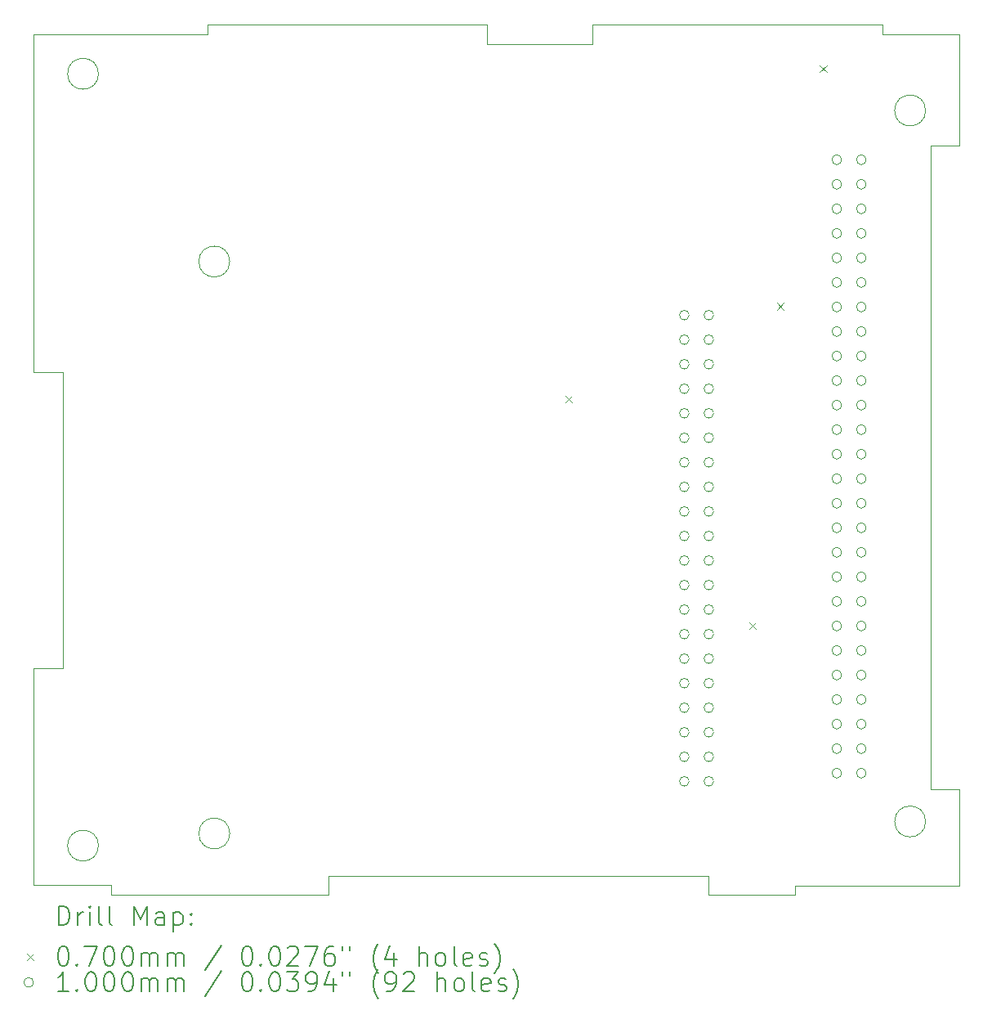
<source format=gbr>
%TF.GenerationSoftware,KiCad,Pcbnew,8.0.0*%
%TF.CreationDate,2024-06-21T11:16:54+02:00*%
%TF.ProjectId,lora,6c6f7261-2e6b-4696-9361-645f70636258,rev?*%
%TF.SameCoordinates,Original*%
%TF.FileFunction,Drillmap*%
%TF.FilePolarity,Positive*%
%FSLAX45Y45*%
G04 Gerber Fmt 4.5, Leading zero omitted, Abs format (unit mm)*
G04 Created by KiCad (PCBNEW 8.0.0) date 2024-06-21 11:16:54*
%MOMM*%
%LPD*%
G01*
G04 APERTURE LIST*
%ADD10C,0.050000*%
%ADD11C,0.200000*%
%ADD12C,0.100000*%
G04 APERTURE END LIST*
D10*
X19850000Y-6400000D02*
G75*
G02*
X19530000Y-6400000I-160000J0D01*
G01*
X19530000Y-6400000D02*
G75*
G02*
X19850000Y-6400000I160000J0D01*
G01*
X13660000Y-14520000D02*
X11410000Y-14520000D01*
X16400000Y-5710000D02*
X16400000Y-5510000D01*
X19900000Y-13430000D02*
X20200000Y-13430000D01*
X19850000Y-13760000D02*
G75*
G02*
X19530000Y-13760000I-160000J0D01*
G01*
X19530000Y-13760000D02*
G75*
G02*
X19850000Y-13760000I160000J0D01*
G01*
X17600000Y-14320000D02*
X13660000Y-14320000D01*
X19900000Y-6760000D02*
X19900000Y-13430000D01*
X12410000Y-5510000D02*
X15310000Y-5510000D01*
X20200000Y-13430000D02*
X20200000Y-14430000D01*
X12410000Y-5610000D02*
X12410000Y-5510000D01*
X17600000Y-14520000D02*
X17600000Y-14320000D01*
X18500000Y-14520000D02*
X17600000Y-14520000D01*
X10910000Y-12170000D02*
X10910000Y-9110000D01*
X11280000Y-6020000D02*
G75*
G02*
X10960000Y-6020000I-160000J0D01*
G01*
X10960000Y-6020000D02*
G75*
G02*
X11280000Y-6020000I160000J0D01*
G01*
X20200000Y-5610000D02*
X20200000Y-6760000D01*
X15310000Y-5510000D02*
X15310000Y-5710000D01*
X20200000Y-14430000D02*
X18500000Y-14430000D01*
X20200000Y-6760000D02*
X19900000Y-6760000D01*
X10610000Y-9110000D02*
X10610000Y-5610000D01*
X16400000Y-5510000D02*
X19400000Y-5510000D01*
X12640000Y-7964000D02*
G75*
G02*
X12320000Y-7964000I-160000J0D01*
G01*
X12320000Y-7964000D02*
G75*
G02*
X12640000Y-7964000I160000J0D01*
G01*
X18500000Y-14430000D02*
X18500000Y-14520000D01*
X10610000Y-5610000D02*
X12410000Y-5610000D01*
X10910000Y-9110000D02*
X10610000Y-9110000D01*
X11410000Y-14520000D02*
X11410000Y-14420000D01*
X15310000Y-5710000D02*
X16400000Y-5710000D01*
X10610000Y-14420000D02*
X10610000Y-12170000D01*
X12640000Y-13884000D02*
G75*
G02*
X12320000Y-13884000I-160000J0D01*
G01*
X12320000Y-13884000D02*
G75*
G02*
X12640000Y-13884000I160000J0D01*
G01*
X13660000Y-14320000D02*
X13660000Y-14520000D01*
X19400000Y-5510000D02*
X19400000Y-5610000D01*
X10610000Y-12170000D02*
X10910000Y-12170000D01*
X19400000Y-5610000D02*
X20200000Y-5610000D01*
X11410000Y-14420000D02*
X10610000Y-14420000D01*
X11280000Y-14010000D02*
G75*
G02*
X10960000Y-14010000I-160000J0D01*
G01*
X10960000Y-14010000D02*
G75*
G02*
X11280000Y-14010000I160000J0D01*
G01*
D11*
D12*
X16115000Y-9355000D02*
X16185000Y-9425000D01*
X16185000Y-9355000D02*
X16115000Y-9425000D01*
X18025000Y-11699000D02*
X18095000Y-11769000D01*
X18095000Y-11699000D02*
X18025000Y-11769000D01*
X18313000Y-8393000D02*
X18383000Y-8463000D01*
X18383000Y-8393000D02*
X18313000Y-8463000D01*
X18755000Y-5935000D02*
X18825000Y-6005000D01*
X18825000Y-5935000D02*
X18755000Y-6005000D01*
X17400000Y-8518000D02*
G75*
G02*
X17300000Y-8518000I-50000J0D01*
G01*
X17300000Y-8518000D02*
G75*
G02*
X17400000Y-8518000I50000J0D01*
G01*
X17400000Y-8772000D02*
G75*
G02*
X17300000Y-8772000I-50000J0D01*
G01*
X17300000Y-8772000D02*
G75*
G02*
X17400000Y-8772000I50000J0D01*
G01*
X17400000Y-9026000D02*
G75*
G02*
X17300000Y-9026000I-50000J0D01*
G01*
X17300000Y-9026000D02*
G75*
G02*
X17400000Y-9026000I50000J0D01*
G01*
X17400000Y-9280000D02*
G75*
G02*
X17300000Y-9280000I-50000J0D01*
G01*
X17300000Y-9280000D02*
G75*
G02*
X17400000Y-9280000I50000J0D01*
G01*
X17400000Y-9534000D02*
G75*
G02*
X17300000Y-9534000I-50000J0D01*
G01*
X17300000Y-9534000D02*
G75*
G02*
X17400000Y-9534000I50000J0D01*
G01*
X17400000Y-9788000D02*
G75*
G02*
X17300000Y-9788000I-50000J0D01*
G01*
X17300000Y-9788000D02*
G75*
G02*
X17400000Y-9788000I50000J0D01*
G01*
X17400000Y-10042000D02*
G75*
G02*
X17300000Y-10042000I-50000J0D01*
G01*
X17300000Y-10042000D02*
G75*
G02*
X17400000Y-10042000I50000J0D01*
G01*
X17400000Y-10296000D02*
G75*
G02*
X17300000Y-10296000I-50000J0D01*
G01*
X17300000Y-10296000D02*
G75*
G02*
X17400000Y-10296000I50000J0D01*
G01*
X17400000Y-10550000D02*
G75*
G02*
X17300000Y-10550000I-50000J0D01*
G01*
X17300000Y-10550000D02*
G75*
G02*
X17400000Y-10550000I50000J0D01*
G01*
X17400000Y-10804000D02*
G75*
G02*
X17300000Y-10804000I-50000J0D01*
G01*
X17300000Y-10804000D02*
G75*
G02*
X17400000Y-10804000I50000J0D01*
G01*
X17400000Y-11058000D02*
G75*
G02*
X17300000Y-11058000I-50000J0D01*
G01*
X17300000Y-11058000D02*
G75*
G02*
X17400000Y-11058000I50000J0D01*
G01*
X17400000Y-11312000D02*
G75*
G02*
X17300000Y-11312000I-50000J0D01*
G01*
X17300000Y-11312000D02*
G75*
G02*
X17400000Y-11312000I50000J0D01*
G01*
X17400000Y-11566000D02*
G75*
G02*
X17300000Y-11566000I-50000J0D01*
G01*
X17300000Y-11566000D02*
G75*
G02*
X17400000Y-11566000I50000J0D01*
G01*
X17400000Y-11820000D02*
G75*
G02*
X17300000Y-11820000I-50000J0D01*
G01*
X17300000Y-11820000D02*
G75*
G02*
X17400000Y-11820000I50000J0D01*
G01*
X17400000Y-12074000D02*
G75*
G02*
X17300000Y-12074000I-50000J0D01*
G01*
X17300000Y-12074000D02*
G75*
G02*
X17400000Y-12074000I50000J0D01*
G01*
X17400000Y-12328000D02*
G75*
G02*
X17300000Y-12328000I-50000J0D01*
G01*
X17300000Y-12328000D02*
G75*
G02*
X17400000Y-12328000I50000J0D01*
G01*
X17400000Y-12582000D02*
G75*
G02*
X17300000Y-12582000I-50000J0D01*
G01*
X17300000Y-12582000D02*
G75*
G02*
X17400000Y-12582000I50000J0D01*
G01*
X17400000Y-12836000D02*
G75*
G02*
X17300000Y-12836000I-50000J0D01*
G01*
X17300000Y-12836000D02*
G75*
G02*
X17400000Y-12836000I50000J0D01*
G01*
X17400000Y-13090000D02*
G75*
G02*
X17300000Y-13090000I-50000J0D01*
G01*
X17300000Y-13090000D02*
G75*
G02*
X17400000Y-13090000I50000J0D01*
G01*
X17400000Y-13344000D02*
G75*
G02*
X17300000Y-13344000I-50000J0D01*
G01*
X17300000Y-13344000D02*
G75*
G02*
X17400000Y-13344000I50000J0D01*
G01*
X17654000Y-8518000D02*
G75*
G02*
X17554000Y-8518000I-50000J0D01*
G01*
X17554000Y-8518000D02*
G75*
G02*
X17654000Y-8518000I50000J0D01*
G01*
X17654000Y-8772000D02*
G75*
G02*
X17554000Y-8772000I-50000J0D01*
G01*
X17554000Y-8772000D02*
G75*
G02*
X17654000Y-8772000I50000J0D01*
G01*
X17654000Y-9026000D02*
G75*
G02*
X17554000Y-9026000I-50000J0D01*
G01*
X17554000Y-9026000D02*
G75*
G02*
X17654000Y-9026000I50000J0D01*
G01*
X17654000Y-9280000D02*
G75*
G02*
X17554000Y-9280000I-50000J0D01*
G01*
X17554000Y-9280000D02*
G75*
G02*
X17654000Y-9280000I50000J0D01*
G01*
X17654000Y-9534000D02*
G75*
G02*
X17554000Y-9534000I-50000J0D01*
G01*
X17554000Y-9534000D02*
G75*
G02*
X17654000Y-9534000I50000J0D01*
G01*
X17654000Y-9788000D02*
G75*
G02*
X17554000Y-9788000I-50000J0D01*
G01*
X17554000Y-9788000D02*
G75*
G02*
X17654000Y-9788000I50000J0D01*
G01*
X17654000Y-10042000D02*
G75*
G02*
X17554000Y-10042000I-50000J0D01*
G01*
X17554000Y-10042000D02*
G75*
G02*
X17654000Y-10042000I50000J0D01*
G01*
X17654000Y-10296000D02*
G75*
G02*
X17554000Y-10296000I-50000J0D01*
G01*
X17554000Y-10296000D02*
G75*
G02*
X17654000Y-10296000I50000J0D01*
G01*
X17654000Y-10550000D02*
G75*
G02*
X17554000Y-10550000I-50000J0D01*
G01*
X17554000Y-10550000D02*
G75*
G02*
X17654000Y-10550000I50000J0D01*
G01*
X17654000Y-10804000D02*
G75*
G02*
X17554000Y-10804000I-50000J0D01*
G01*
X17554000Y-10804000D02*
G75*
G02*
X17654000Y-10804000I50000J0D01*
G01*
X17654000Y-11058000D02*
G75*
G02*
X17554000Y-11058000I-50000J0D01*
G01*
X17554000Y-11058000D02*
G75*
G02*
X17654000Y-11058000I50000J0D01*
G01*
X17654000Y-11312000D02*
G75*
G02*
X17554000Y-11312000I-50000J0D01*
G01*
X17554000Y-11312000D02*
G75*
G02*
X17654000Y-11312000I50000J0D01*
G01*
X17654000Y-11566000D02*
G75*
G02*
X17554000Y-11566000I-50000J0D01*
G01*
X17554000Y-11566000D02*
G75*
G02*
X17654000Y-11566000I50000J0D01*
G01*
X17654000Y-11820000D02*
G75*
G02*
X17554000Y-11820000I-50000J0D01*
G01*
X17554000Y-11820000D02*
G75*
G02*
X17654000Y-11820000I50000J0D01*
G01*
X17654000Y-12074000D02*
G75*
G02*
X17554000Y-12074000I-50000J0D01*
G01*
X17554000Y-12074000D02*
G75*
G02*
X17654000Y-12074000I50000J0D01*
G01*
X17654000Y-12328000D02*
G75*
G02*
X17554000Y-12328000I-50000J0D01*
G01*
X17554000Y-12328000D02*
G75*
G02*
X17654000Y-12328000I50000J0D01*
G01*
X17654000Y-12582000D02*
G75*
G02*
X17554000Y-12582000I-50000J0D01*
G01*
X17554000Y-12582000D02*
G75*
G02*
X17654000Y-12582000I50000J0D01*
G01*
X17654000Y-12836000D02*
G75*
G02*
X17554000Y-12836000I-50000J0D01*
G01*
X17554000Y-12836000D02*
G75*
G02*
X17654000Y-12836000I50000J0D01*
G01*
X17654000Y-13090000D02*
G75*
G02*
X17554000Y-13090000I-50000J0D01*
G01*
X17554000Y-13090000D02*
G75*
G02*
X17654000Y-13090000I50000J0D01*
G01*
X17654000Y-13344000D02*
G75*
G02*
X17554000Y-13344000I-50000J0D01*
G01*
X17554000Y-13344000D02*
G75*
G02*
X17654000Y-13344000I50000J0D01*
G01*
X18980000Y-6910000D02*
G75*
G02*
X18880000Y-6910000I-50000J0D01*
G01*
X18880000Y-6910000D02*
G75*
G02*
X18980000Y-6910000I50000J0D01*
G01*
X18980000Y-7164000D02*
G75*
G02*
X18880000Y-7164000I-50000J0D01*
G01*
X18880000Y-7164000D02*
G75*
G02*
X18980000Y-7164000I50000J0D01*
G01*
X18980000Y-7418000D02*
G75*
G02*
X18880000Y-7418000I-50000J0D01*
G01*
X18880000Y-7418000D02*
G75*
G02*
X18980000Y-7418000I50000J0D01*
G01*
X18980000Y-7672000D02*
G75*
G02*
X18880000Y-7672000I-50000J0D01*
G01*
X18880000Y-7672000D02*
G75*
G02*
X18980000Y-7672000I50000J0D01*
G01*
X18980000Y-7926000D02*
G75*
G02*
X18880000Y-7926000I-50000J0D01*
G01*
X18880000Y-7926000D02*
G75*
G02*
X18980000Y-7926000I50000J0D01*
G01*
X18980000Y-8180000D02*
G75*
G02*
X18880000Y-8180000I-50000J0D01*
G01*
X18880000Y-8180000D02*
G75*
G02*
X18980000Y-8180000I50000J0D01*
G01*
X18980000Y-8434000D02*
G75*
G02*
X18880000Y-8434000I-50000J0D01*
G01*
X18880000Y-8434000D02*
G75*
G02*
X18980000Y-8434000I50000J0D01*
G01*
X18980000Y-8688000D02*
G75*
G02*
X18880000Y-8688000I-50000J0D01*
G01*
X18880000Y-8688000D02*
G75*
G02*
X18980000Y-8688000I50000J0D01*
G01*
X18980000Y-8942000D02*
G75*
G02*
X18880000Y-8942000I-50000J0D01*
G01*
X18880000Y-8942000D02*
G75*
G02*
X18980000Y-8942000I50000J0D01*
G01*
X18980000Y-9196000D02*
G75*
G02*
X18880000Y-9196000I-50000J0D01*
G01*
X18880000Y-9196000D02*
G75*
G02*
X18980000Y-9196000I50000J0D01*
G01*
X18980000Y-9450000D02*
G75*
G02*
X18880000Y-9450000I-50000J0D01*
G01*
X18880000Y-9450000D02*
G75*
G02*
X18980000Y-9450000I50000J0D01*
G01*
X18980000Y-9704000D02*
G75*
G02*
X18880000Y-9704000I-50000J0D01*
G01*
X18880000Y-9704000D02*
G75*
G02*
X18980000Y-9704000I50000J0D01*
G01*
X18980000Y-9958000D02*
G75*
G02*
X18880000Y-9958000I-50000J0D01*
G01*
X18880000Y-9958000D02*
G75*
G02*
X18980000Y-9958000I50000J0D01*
G01*
X18980000Y-10212000D02*
G75*
G02*
X18880000Y-10212000I-50000J0D01*
G01*
X18880000Y-10212000D02*
G75*
G02*
X18980000Y-10212000I50000J0D01*
G01*
X18980000Y-10466000D02*
G75*
G02*
X18880000Y-10466000I-50000J0D01*
G01*
X18880000Y-10466000D02*
G75*
G02*
X18980000Y-10466000I50000J0D01*
G01*
X18980000Y-10720000D02*
G75*
G02*
X18880000Y-10720000I-50000J0D01*
G01*
X18880000Y-10720000D02*
G75*
G02*
X18980000Y-10720000I50000J0D01*
G01*
X18980000Y-10974000D02*
G75*
G02*
X18880000Y-10974000I-50000J0D01*
G01*
X18880000Y-10974000D02*
G75*
G02*
X18980000Y-10974000I50000J0D01*
G01*
X18980000Y-11228000D02*
G75*
G02*
X18880000Y-11228000I-50000J0D01*
G01*
X18880000Y-11228000D02*
G75*
G02*
X18980000Y-11228000I50000J0D01*
G01*
X18980000Y-11482000D02*
G75*
G02*
X18880000Y-11482000I-50000J0D01*
G01*
X18880000Y-11482000D02*
G75*
G02*
X18980000Y-11482000I50000J0D01*
G01*
X18980000Y-11736000D02*
G75*
G02*
X18880000Y-11736000I-50000J0D01*
G01*
X18880000Y-11736000D02*
G75*
G02*
X18980000Y-11736000I50000J0D01*
G01*
X18980000Y-11990000D02*
G75*
G02*
X18880000Y-11990000I-50000J0D01*
G01*
X18880000Y-11990000D02*
G75*
G02*
X18980000Y-11990000I50000J0D01*
G01*
X18980000Y-12244000D02*
G75*
G02*
X18880000Y-12244000I-50000J0D01*
G01*
X18880000Y-12244000D02*
G75*
G02*
X18980000Y-12244000I50000J0D01*
G01*
X18980000Y-12498000D02*
G75*
G02*
X18880000Y-12498000I-50000J0D01*
G01*
X18880000Y-12498000D02*
G75*
G02*
X18980000Y-12498000I50000J0D01*
G01*
X18980000Y-12752000D02*
G75*
G02*
X18880000Y-12752000I-50000J0D01*
G01*
X18880000Y-12752000D02*
G75*
G02*
X18980000Y-12752000I50000J0D01*
G01*
X18980000Y-13006000D02*
G75*
G02*
X18880000Y-13006000I-50000J0D01*
G01*
X18880000Y-13006000D02*
G75*
G02*
X18980000Y-13006000I50000J0D01*
G01*
X18980000Y-13260000D02*
G75*
G02*
X18880000Y-13260000I-50000J0D01*
G01*
X18880000Y-13260000D02*
G75*
G02*
X18980000Y-13260000I50000J0D01*
G01*
X19234000Y-6910000D02*
G75*
G02*
X19134000Y-6910000I-50000J0D01*
G01*
X19134000Y-6910000D02*
G75*
G02*
X19234000Y-6910000I50000J0D01*
G01*
X19234000Y-7164000D02*
G75*
G02*
X19134000Y-7164000I-50000J0D01*
G01*
X19134000Y-7164000D02*
G75*
G02*
X19234000Y-7164000I50000J0D01*
G01*
X19234000Y-7418000D02*
G75*
G02*
X19134000Y-7418000I-50000J0D01*
G01*
X19134000Y-7418000D02*
G75*
G02*
X19234000Y-7418000I50000J0D01*
G01*
X19234000Y-7672000D02*
G75*
G02*
X19134000Y-7672000I-50000J0D01*
G01*
X19134000Y-7672000D02*
G75*
G02*
X19234000Y-7672000I50000J0D01*
G01*
X19234000Y-7926000D02*
G75*
G02*
X19134000Y-7926000I-50000J0D01*
G01*
X19134000Y-7926000D02*
G75*
G02*
X19234000Y-7926000I50000J0D01*
G01*
X19234000Y-8180000D02*
G75*
G02*
X19134000Y-8180000I-50000J0D01*
G01*
X19134000Y-8180000D02*
G75*
G02*
X19234000Y-8180000I50000J0D01*
G01*
X19234000Y-8434000D02*
G75*
G02*
X19134000Y-8434000I-50000J0D01*
G01*
X19134000Y-8434000D02*
G75*
G02*
X19234000Y-8434000I50000J0D01*
G01*
X19234000Y-8688000D02*
G75*
G02*
X19134000Y-8688000I-50000J0D01*
G01*
X19134000Y-8688000D02*
G75*
G02*
X19234000Y-8688000I50000J0D01*
G01*
X19234000Y-8942000D02*
G75*
G02*
X19134000Y-8942000I-50000J0D01*
G01*
X19134000Y-8942000D02*
G75*
G02*
X19234000Y-8942000I50000J0D01*
G01*
X19234000Y-9196000D02*
G75*
G02*
X19134000Y-9196000I-50000J0D01*
G01*
X19134000Y-9196000D02*
G75*
G02*
X19234000Y-9196000I50000J0D01*
G01*
X19234000Y-9450000D02*
G75*
G02*
X19134000Y-9450000I-50000J0D01*
G01*
X19134000Y-9450000D02*
G75*
G02*
X19234000Y-9450000I50000J0D01*
G01*
X19234000Y-9704000D02*
G75*
G02*
X19134000Y-9704000I-50000J0D01*
G01*
X19134000Y-9704000D02*
G75*
G02*
X19234000Y-9704000I50000J0D01*
G01*
X19234000Y-9958000D02*
G75*
G02*
X19134000Y-9958000I-50000J0D01*
G01*
X19134000Y-9958000D02*
G75*
G02*
X19234000Y-9958000I50000J0D01*
G01*
X19234000Y-10212000D02*
G75*
G02*
X19134000Y-10212000I-50000J0D01*
G01*
X19134000Y-10212000D02*
G75*
G02*
X19234000Y-10212000I50000J0D01*
G01*
X19234000Y-10466000D02*
G75*
G02*
X19134000Y-10466000I-50000J0D01*
G01*
X19134000Y-10466000D02*
G75*
G02*
X19234000Y-10466000I50000J0D01*
G01*
X19234000Y-10720000D02*
G75*
G02*
X19134000Y-10720000I-50000J0D01*
G01*
X19134000Y-10720000D02*
G75*
G02*
X19234000Y-10720000I50000J0D01*
G01*
X19234000Y-10974000D02*
G75*
G02*
X19134000Y-10974000I-50000J0D01*
G01*
X19134000Y-10974000D02*
G75*
G02*
X19234000Y-10974000I50000J0D01*
G01*
X19234000Y-11228000D02*
G75*
G02*
X19134000Y-11228000I-50000J0D01*
G01*
X19134000Y-11228000D02*
G75*
G02*
X19234000Y-11228000I50000J0D01*
G01*
X19234000Y-11482000D02*
G75*
G02*
X19134000Y-11482000I-50000J0D01*
G01*
X19134000Y-11482000D02*
G75*
G02*
X19234000Y-11482000I50000J0D01*
G01*
X19234000Y-11736000D02*
G75*
G02*
X19134000Y-11736000I-50000J0D01*
G01*
X19134000Y-11736000D02*
G75*
G02*
X19234000Y-11736000I50000J0D01*
G01*
X19234000Y-11990000D02*
G75*
G02*
X19134000Y-11990000I-50000J0D01*
G01*
X19134000Y-11990000D02*
G75*
G02*
X19234000Y-11990000I50000J0D01*
G01*
X19234000Y-12244000D02*
G75*
G02*
X19134000Y-12244000I-50000J0D01*
G01*
X19134000Y-12244000D02*
G75*
G02*
X19234000Y-12244000I50000J0D01*
G01*
X19234000Y-12498000D02*
G75*
G02*
X19134000Y-12498000I-50000J0D01*
G01*
X19134000Y-12498000D02*
G75*
G02*
X19234000Y-12498000I50000J0D01*
G01*
X19234000Y-12752000D02*
G75*
G02*
X19134000Y-12752000I-50000J0D01*
G01*
X19134000Y-12752000D02*
G75*
G02*
X19234000Y-12752000I50000J0D01*
G01*
X19234000Y-13006000D02*
G75*
G02*
X19134000Y-13006000I-50000J0D01*
G01*
X19134000Y-13006000D02*
G75*
G02*
X19234000Y-13006000I50000J0D01*
G01*
X19234000Y-13260000D02*
G75*
G02*
X19134000Y-13260000I-50000J0D01*
G01*
X19134000Y-13260000D02*
G75*
G02*
X19234000Y-13260000I50000J0D01*
G01*
D11*
X10868277Y-14833984D02*
X10868277Y-14633984D01*
X10868277Y-14633984D02*
X10915896Y-14633984D01*
X10915896Y-14633984D02*
X10944467Y-14643508D01*
X10944467Y-14643508D02*
X10963515Y-14662555D01*
X10963515Y-14662555D02*
X10973039Y-14681603D01*
X10973039Y-14681603D02*
X10982563Y-14719698D01*
X10982563Y-14719698D02*
X10982563Y-14748269D01*
X10982563Y-14748269D02*
X10973039Y-14786365D01*
X10973039Y-14786365D02*
X10963515Y-14805412D01*
X10963515Y-14805412D02*
X10944467Y-14824460D01*
X10944467Y-14824460D02*
X10915896Y-14833984D01*
X10915896Y-14833984D02*
X10868277Y-14833984D01*
X11068277Y-14833984D02*
X11068277Y-14700650D01*
X11068277Y-14738746D02*
X11077801Y-14719698D01*
X11077801Y-14719698D02*
X11087324Y-14710174D01*
X11087324Y-14710174D02*
X11106372Y-14700650D01*
X11106372Y-14700650D02*
X11125420Y-14700650D01*
X11192086Y-14833984D02*
X11192086Y-14700650D01*
X11192086Y-14633984D02*
X11182563Y-14643508D01*
X11182563Y-14643508D02*
X11192086Y-14653031D01*
X11192086Y-14653031D02*
X11201610Y-14643508D01*
X11201610Y-14643508D02*
X11192086Y-14633984D01*
X11192086Y-14633984D02*
X11192086Y-14653031D01*
X11315896Y-14833984D02*
X11296848Y-14824460D01*
X11296848Y-14824460D02*
X11287324Y-14805412D01*
X11287324Y-14805412D02*
X11287324Y-14633984D01*
X11420658Y-14833984D02*
X11401610Y-14824460D01*
X11401610Y-14824460D02*
X11392086Y-14805412D01*
X11392086Y-14805412D02*
X11392086Y-14633984D01*
X11649229Y-14833984D02*
X11649229Y-14633984D01*
X11649229Y-14633984D02*
X11715896Y-14776841D01*
X11715896Y-14776841D02*
X11782562Y-14633984D01*
X11782562Y-14633984D02*
X11782562Y-14833984D01*
X11963515Y-14833984D02*
X11963515Y-14729222D01*
X11963515Y-14729222D02*
X11953991Y-14710174D01*
X11953991Y-14710174D02*
X11934943Y-14700650D01*
X11934943Y-14700650D02*
X11896848Y-14700650D01*
X11896848Y-14700650D02*
X11877801Y-14710174D01*
X11963515Y-14824460D02*
X11944467Y-14833984D01*
X11944467Y-14833984D02*
X11896848Y-14833984D01*
X11896848Y-14833984D02*
X11877801Y-14824460D01*
X11877801Y-14824460D02*
X11868277Y-14805412D01*
X11868277Y-14805412D02*
X11868277Y-14786365D01*
X11868277Y-14786365D02*
X11877801Y-14767317D01*
X11877801Y-14767317D02*
X11896848Y-14757793D01*
X11896848Y-14757793D02*
X11944467Y-14757793D01*
X11944467Y-14757793D02*
X11963515Y-14748269D01*
X12058753Y-14700650D02*
X12058753Y-14900650D01*
X12058753Y-14710174D02*
X12077801Y-14700650D01*
X12077801Y-14700650D02*
X12115896Y-14700650D01*
X12115896Y-14700650D02*
X12134943Y-14710174D01*
X12134943Y-14710174D02*
X12144467Y-14719698D01*
X12144467Y-14719698D02*
X12153991Y-14738746D01*
X12153991Y-14738746D02*
X12153991Y-14795888D01*
X12153991Y-14795888D02*
X12144467Y-14814936D01*
X12144467Y-14814936D02*
X12134943Y-14824460D01*
X12134943Y-14824460D02*
X12115896Y-14833984D01*
X12115896Y-14833984D02*
X12077801Y-14833984D01*
X12077801Y-14833984D02*
X12058753Y-14824460D01*
X12239705Y-14814936D02*
X12249229Y-14824460D01*
X12249229Y-14824460D02*
X12239705Y-14833984D01*
X12239705Y-14833984D02*
X12230182Y-14824460D01*
X12230182Y-14824460D02*
X12239705Y-14814936D01*
X12239705Y-14814936D02*
X12239705Y-14833984D01*
X12239705Y-14710174D02*
X12249229Y-14719698D01*
X12249229Y-14719698D02*
X12239705Y-14729222D01*
X12239705Y-14729222D02*
X12230182Y-14719698D01*
X12230182Y-14719698D02*
X12239705Y-14710174D01*
X12239705Y-14710174D02*
X12239705Y-14729222D01*
D12*
X10537500Y-15127500D02*
X10607500Y-15197500D01*
X10607500Y-15127500D02*
X10537500Y-15197500D01*
D11*
X10906372Y-15053984D02*
X10925420Y-15053984D01*
X10925420Y-15053984D02*
X10944467Y-15063508D01*
X10944467Y-15063508D02*
X10953991Y-15073031D01*
X10953991Y-15073031D02*
X10963515Y-15092079D01*
X10963515Y-15092079D02*
X10973039Y-15130174D01*
X10973039Y-15130174D02*
X10973039Y-15177793D01*
X10973039Y-15177793D02*
X10963515Y-15215888D01*
X10963515Y-15215888D02*
X10953991Y-15234936D01*
X10953991Y-15234936D02*
X10944467Y-15244460D01*
X10944467Y-15244460D02*
X10925420Y-15253984D01*
X10925420Y-15253984D02*
X10906372Y-15253984D01*
X10906372Y-15253984D02*
X10887324Y-15244460D01*
X10887324Y-15244460D02*
X10877801Y-15234936D01*
X10877801Y-15234936D02*
X10868277Y-15215888D01*
X10868277Y-15215888D02*
X10858753Y-15177793D01*
X10858753Y-15177793D02*
X10858753Y-15130174D01*
X10858753Y-15130174D02*
X10868277Y-15092079D01*
X10868277Y-15092079D02*
X10877801Y-15073031D01*
X10877801Y-15073031D02*
X10887324Y-15063508D01*
X10887324Y-15063508D02*
X10906372Y-15053984D01*
X11058753Y-15234936D02*
X11068277Y-15244460D01*
X11068277Y-15244460D02*
X11058753Y-15253984D01*
X11058753Y-15253984D02*
X11049229Y-15244460D01*
X11049229Y-15244460D02*
X11058753Y-15234936D01*
X11058753Y-15234936D02*
X11058753Y-15253984D01*
X11134944Y-15053984D02*
X11268277Y-15053984D01*
X11268277Y-15053984D02*
X11182563Y-15253984D01*
X11382562Y-15053984D02*
X11401610Y-15053984D01*
X11401610Y-15053984D02*
X11420658Y-15063508D01*
X11420658Y-15063508D02*
X11430182Y-15073031D01*
X11430182Y-15073031D02*
X11439705Y-15092079D01*
X11439705Y-15092079D02*
X11449229Y-15130174D01*
X11449229Y-15130174D02*
X11449229Y-15177793D01*
X11449229Y-15177793D02*
X11439705Y-15215888D01*
X11439705Y-15215888D02*
X11430182Y-15234936D01*
X11430182Y-15234936D02*
X11420658Y-15244460D01*
X11420658Y-15244460D02*
X11401610Y-15253984D01*
X11401610Y-15253984D02*
X11382562Y-15253984D01*
X11382562Y-15253984D02*
X11363515Y-15244460D01*
X11363515Y-15244460D02*
X11353991Y-15234936D01*
X11353991Y-15234936D02*
X11344467Y-15215888D01*
X11344467Y-15215888D02*
X11334943Y-15177793D01*
X11334943Y-15177793D02*
X11334943Y-15130174D01*
X11334943Y-15130174D02*
X11344467Y-15092079D01*
X11344467Y-15092079D02*
X11353991Y-15073031D01*
X11353991Y-15073031D02*
X11363515Y-15063508D01*
X11363515Y-15063508D02*
X11382562Y-15053984D01*
X11573039Y-15053984D02*
X11592086Y-15053984D01*
X11592086Y-15053984D02*
X11611134Y-15063508D01*
X11611134Y-15063508D02*
X11620658Y-15073031D01*
X11620658Y-15073031D02*
X11630182Y-15092079D01*
X11630182Y-15092079D02*
X11639705Y-15130174D01*
X11639705Y-15130174D02*
X11639705Y-15177793D01*
X11639705Y-15177793D02*
X11630182Y-15215888D01*
X11630182Y-15215888D02*
X11620658Y-15234936D01*
X11620658Y-15234936D02*
X11611134Y-15244460D01*
X11611134Y-15244460D02*
X11592086Y-15253984D01*
X11592086Y-15253984D02*
X11573039Y-15253984D01*
X11573039Y-15253984D02*
X11553991Y-15244460D01*
X11553991Y-15244460D02*
X11544467Y-15234936D01*
X11544467Y-15234936D02*
X11534943Y-15215888D01*
X11534943Y-15215888D02*
X11525420Y-15177793D01*
X11525420Y-15177793D02*
X11525420Y-15130174D01*
X11525420Y-15130174D02*
X11534943Y-15092079D01*
X11534943Y-15092079D02*
X11544467Y-15073031D01*
X11544467Y-15073031D02*
X11553991Y-15063508D01*
X11553991Y-15063508D02*
X11573039Y-15053984D01*
X11725420Y-15253984D02*
X11725420Y-15120650D01*
X11725420Y-15139698D02*
X11734943Y-15130174D01*
X11734943Y-15130174D02*
X11753991Y-15120650D01*
X11753991Y-15120650D02*
X11782563Y-15120650D01*
X11782563Y-15120650D02*
X11801610Y-15130174D01*
X11801610Y-15130174D02*
X11811134Y-15149222D01*
X11811134Y-15149222D02*
X11811134Y-15253984D01*
X11811134Y-15149222D02*
X11820658Y-15130174D01*
X11820658Y-15130174D02*
X11839705Y-15120650D01*
X11839705Y-15120650D02*
X11868277Y-15120650D01*
X11868277Y-15120650D02*
X11887324Y-15130174D01*
X11887324Y-15130174D02*
X11896848Y-15149222D01*
X11896848Y-15149222D02*
X11896848Y-15253984D01*
X11992086Y-15253984D02*
X11992086Y-15120650D01*
X11992086Y-15139698D02*
X12001610Y-15130174D01*
X12001610Y-15130174D02*
X12020658Y-15120650D01*
X12020658Y-15120650D02*
X12049229Y-15120650D01*
X12049229Y-15120650D02*
X12068277Y-15130174D01*
X12068277Y-15130174D02*
X12077801Y-15149222D01*
X12077801Y-15149222D02*
X12077801Y-15253984D01*
X12077801Y-15149222D02*
X12087324Y-15130174D01*
X12087324Y-15130174D02*
X12106372Y-15120650D01*
X12106372Y-15120650D02*
X12134943Y-15120650D01*
X12134943Y-15120650D02*
X12153991Y-15130174D01*
X12153991Y-15130174D02*
X12163515Y-15149222D01*
X12163515Y-15149222D02*
X12163515Y-15253984D01*
X12553991Y-15044460D02*
X12382563Y-15301603D01*
X12811134Y-15053984D02*
X12830182Y-15053984D01*
X12830182Y-15053984D02*
X12849229Y-15063508D01*
X12849229Y-15063508D02*
X12858753Y-15073031D01*
X12858753Y-15073031D02*
X12868277Y-15092079D01*
X12868277Y-15092079D02*
X12877801Y-15130174D01*
X12877801Y-15130174D02*
X12877801Y-15177793D01*
X12877801Y-15177793D02*
X12868277Y-15215888D01*
X12868277Y-15215888D02*
X12858753Y-15234936D01*
X12858753Y-15234936D02*
X12849229Y-15244460D01*
X12849229Y-15244460D02*
X12830182Y-15253984D01*
X12830182Y-15253984D02*
X12811134Y-15253984D01*
X12811134Y-15253984D02*
X12792086Y-15244460D01*
X12792086Y-15244460D02*
X12782563Y-15234936D01*
X12782563Y-15234936D02*
X12773039Y-15215888D01*
X12773039Y-15215888D02*
X12763515Y-15177793D01*
X12763515Y-15177793D02*
X12763515Y-15130174D01*
X12763515Y-15130174D02*
X12773039Y-15092079D01*
X12773039Y-15092079D02*
X12782563Y-15073031D01*
X12782563Y-15073031D02*
X12792086Y-15063508D01*
X12792086Y-15063508D02*
X12811134Y-15053984D01*
X12963515Y-15234936D02*
X12973039Y-15244460D01*
X12973039Y-15244460D02*
X12963515Y-15253984D01*
X12963515Y-15253984D02*
X12953991Y-15244460D01*
X12953991Y-15244460D02*
X12963515Y-15234936D01*
X12963515Y-15234936D02*
X12963515Y-15253984D01*
X13096848Y-15053984D02*
X13115896Y-15053984D01*
X13115896Y-15053984D02*
X13134944Y-15063508D01*
X13134944Y-15063508D02*
X13144467Y-15073031D01*
X13144467Y-15073031D02*
X13153991Y-15092079D01*
X13153991Y-15092079D02*
X13163515Y-15130174D01*
X13163515Y-15130174D02*
X13163515Y-15177793D01*
X13163515Y-15177793D02*
X13153991Y-15215888D01*
X13153991Y-15215888D02*
X13144467Y-15234936D01*
X13144467Y-15234936D02*
X13134944Y-15244460D01*
X13134944Y-15244460D02*
X13115896Y-15253984D01*
X13115896Y-15253984D02*
X13096848Y-15253984D01*
X13096848Y-15253984D02*
X13077801Y-15244460D01*
X13077801Y-15244460D02*
X13068277Y-15234936D01*
X13068277Y-15234936D02*
X13058753Y-15215888D01*
X13058753Y-15215888D02*
X13049229Y-15177793D01*
X13049229Y-15177793D02*
X13049229Y-15130174D01*
X13049229Y-15130174D02*
X13058753Y-15092079D01*
X13058753Y-15092079D02*
X13068277Y-15073031D01*
X13068277Y-15073031D02*
X13077801Y-15063508D01*
X13077801Y-15063508D02*
X13096848Y-15053984D01*
X13239706Y-15073031D02*
X13249229Y-15063508D01*
X13249229Y-15063508D02*
X13268277Y-15053984D01*
X13268277Y-15053984D02*
X13315896Y-15053984D01*
X13315896Y-15053984D02*
X13334944Y-15063508D01*
X13334944Y-15063508D02*
X13344467Y-15073031D01*
X13344467Y-15073031D02*
X13353991Y-15092079D01*
X13353991Y-15092079D02*
X13353991Y-15111127D01*
X13353991Y-15111127D02*
X13344467Y-15139698D01*
X13344467Y-15139698D02*
X13230182Y-15253984D01*
X13230182Y-15253984D02*
X13353991Y-15253984D01*
X13420658Y-15053984D02*
X13553991Y-15053984D01*
X13553991Y-15053984D02*
X13468277Y-15253984D01*
X13715896Y-15053984D02*
X13677801Y-15053984D01*
X13677801Y-15053984D02*
X13658753Y-15063508D01*
X13658753Y-15063508D02*
X13649229Y-15073031D01*
X13649229Y-15073031D02*
X13630182Y-15101603D01*
X13630182Y-15101603D02*
X13620658Y-15139698D01*
X13620658Y-15139698D02*
X13620658Y-15215888D01*
X13620658Y-15215888D02*
X13630182Y-15234936D01*
X13630182Y-15234936D02*
X13639706Y-15244460D01*
X13639706Y-15244460D02*
X13658753Y-15253984D01*
X13658753Y-15253984D02*
X13696848Y-15253984D01*
X13696848Y-15253984D02*
X13715896Y-15244460D01*
X13715896Y-15244460D02*
X13725420Y-15234936D01*
X13725420Y-15234936D02*
X13734944Y-15215888D01*
X13734944Y-15215888D02*
X13734944Y-15168269D01*
X13734944Y-15168269D02*
X13725420Y-15149222D01*
X13725420Y-15149222D02*
X13715896Y-15139698D01*
X13715896Y-15139698D02*
X13696848Y-15130174D01*
X13696848Y-15130174D02*
X13658753Y-15130174D01*
X13658753Y-15130174D02*
X13639706Y-15139698D01*
X13639706Y-15139698D02*
X13630182Y-15149222D01*
X13630182Y-15149222D02*
X13620658Y-15168269D01*
X13811134Y-15053984D02*
X13811134Y-15092079D01*
X13887325Y-15053984D02*
X13887325Y-15092079D01*
X14182563Y-15330174D02*
X14173039Y-15320650D01*
X14173039Y-15320650D02*
X14153991Y-15292079D01*
X14153991Y-15292079D02*
X14144468Y-15273031D01*
X14144468Y-15273031D02*
X14134944Y-15244460D01*
X14134944Y-15244460D02*
X14125420Y-15196841D01*
X14125420Y-15196841D02*
X14125420Y-15158746D01*
X14125420Y-15158746D02*
X14134944Y-15111127D01*
X14134944Y-15111127D02*
X14144468Y-15082555D01*
X14144468Y-15082555D02*
X14153991Y-15063508D01*
X14153991Y-15063508D02*
X14173039Y-15034936D01*
X14173039Y-15034936D02*
X14182563Y-15025412D01*
X14344468Y-15120650D02*
X14344468Y-15253984D01*
X14296848Y-15044460D02*
X14249229Y-15187317D01*
X14249229Y-15187317D02*
X14373039Y-15187317D01*
X14601610Y-15253984D02*
X14601610Y-15053984D01*
X14687325Y-15253984D02*
X14687325Y-15149222D01*
X14687325Y-15149222D02*
X14677801Y-15130174D01*
X14677801Y-15130174D02*
X14658753Y-15120650D01*
X14658753Y-15120650D02*
X14630182Y-15120650D01*
X14630182Y-15120650D02*
X14611134Y-15130174D01*
X14611134Y-15130174D02*
X14601610Y-15139698D01*
X14811134Y-15253984D02*
X14792087Y-15244460D01*
X14792087Y-15244460D02*
X14782563Y-15234936D01*
X14782563Y-15234936D02*
X14773039Y-15215888D01*
X14773039Y-15215888D02*
X14773039Y-15158746D01*
X14773039Y-15158746D02*
X14782563Y-15139698D01*
X14782563Y-15139698D02*
X14792087Y-15130174D01*
X14792087Y-15130174D02*
X14811134Y-15120650D01*
X14811134Y-15120650D02*
X14839706Y-15120650D01*
X14839706Y-15120650D02*
X14858753Y-15130174D01*
X14858753Y-15130174D02*
X14868277Y-15139698D01*
X14868277Y-15139698D02*
X14877801Y-15158746D01*
X14877801Y-15158746D02*
X14877801Y-15215888D01*
X14877801Y-15215888D02*
X14868277Y-15234936D01*
X14868277Y-15234936D02*
X14858753Y-15244460D01*
X14858753Y-15244460D02*
X14839706Y-15253984D01*
X14839706Y-15253984D02*
X14811134Y-15253984D01*
X14992087Y-15253984D02*
X14973039Y-15244460D01*
X14973039Y-15244460D02*
X14963515Y-15225412D01*
X14963515Y-15225412D02*
X14963515Y-15053984D01*
X15144468Y-15244460D02*
X15125420Y-15253984D01*
X15125420Y-15253984D02*
X15087325Y-15253984D01*
X15087325Y-15253984D02*
X15068277Y-15244460D01*
X15068277Y-15244460D02*
X15058753Y-15225412D01*
X15058753Y-15225412D02*
X15058753Y-15149222D01*
X15058753Y-15149222D02*
X15068277Y-15130174D01*
X15068277Y-15130174D02*
X15087325Y-15120650D01*
X15087325Y-15120650D02*
X15125420Y-15120650D01*
X15125420Y-15120650D02*
X15144468Y-15130174D01*
X15144468Y-15130174D02*
X15153991Y-15149222D01*
X15153991Y-15149222D02*
X15153991Y-15168269D01*
X15153991Y-15168269D02*
X15058753Y-15187317D01*
X15230182Y-15244460D02*
X15249230Y-15253984D01*
X15249230Y-15253984D02*
X15287325Y-15253984D01*
X15287325Y-15253984D02*
X15306372Y-15244460D01*
X15306372Y-15244460D02*
X15315896Y-15225412D01*
X15315896Y-15225412D02*
X15315896Y-15215888D01*
X15315896Y-15215888D02*
X15306372Y-15196841D01*
X15306372Y-15196841D02*
X15287325Y-15187317D01*
X15287325Y-15187317D02*
X15258753Y-15187317D01*
X15258753Y-15187317D02*
X15239706Y-15177793D01*
X15239706Y-15177793D02*
X15230182Y-15158746D01*
X15230182Y-15158746D02*
X15230182Y-15149222D01*
X15230182Y-15149222D02*
X15239706Y-15130174D01*
X15239706Y-15130174D02*
X15258753Y-15120650D01*
X15258753Y-15120650D02*
X15287325Y-15120650D01*
X15287325Y-15120650D02*
X15306372Y-15130174D01*
X15382563Y-15330174D02*
X15392087Y-15320650D01*
X15392087Y-15320650D02*
X15411134Y-15292079D01*
X15411134Y-15292079D02*
X15420658Y-15273031D01*
X15420658Y-15273031D02*
X15430182Y-15244460D01*
X15430182Y-15244460D02*
X15439706Y-15196841D01*
X15439706Y-15196841D02*
X15439706Y-15158746D01*
X15439706Y-15158746D02*
X15430182Y-15111127D01*
X15430182Y-15111127D02*
X15420658Y-15082555D01*
X15420658Y-15082555D02*
X15411134Y-15063508D01*
X15411134Y-15063508D02*
X15392087Y-15034936D01*
X15392087Y-15034936D02*
X15382563Y-15025412D01*
D12*
X10607500Y-15426500D02*
G75*
G02*
X10507500Y-15426500I-50000J0D01*
G01*
X10507500Y-15426500D02*
G75*
G02*
X10607500Y-15426500I50000J0D01*
G01*
D11*
X10973039Y-15517984D02*
X10858753Y-15517984D01*
X10915896Y-15517984D02*
X10915896Y-15317984D01*
X10915896Y-15317984D02*
X10896848Y-15346555D01*
X10896848Y-15346555D02*
X10877801Y-15365603D01*
X10877801Y-15365603D02*
X10858753Y-15375127D01*
X11058753Y-15498936D02*
X11068277Y-15508460D01*
X11068277Y-15508460D02*
X11058753Y-15517984D01*
X11058753Y-15517984D02*
X11049229Y-15508460D01*
X11049229Y-15508460D02*
X11058753Y-15498936D01*
X11058753Y-15498936D02*
X11058753Y-15517984D01*
X11192086Y-15317984D02*
X11211134Y-15317984D01*
X11211134Y-15317984D02*
X11230182Y-15327508D01*
X11230182Y-15327508D02*
X11239705Y-15337031D01*
X11239705Y-15337031D02*
X11249229Y-15356079D01*
X11249229Y-15356079D02*
X11258753Y-15394174D01*
X11258753Y-15394174D02*
X11258753Y-15441793D01*
X11258753Y-15441793D02*
X11249229Y-15479888D01*
X11249229Y-15479888D02*
X11239705Y-15498936D01*
X11239705Y-15498936D02*
X11230182Y-15508460D01*
X11230182Y-15508460D02*
X11211134Y-15517984D01*
X11211134Y-15517984D02*
X11192086Y-15517984D01*
X11192086Y-15517984D02*
X11173039Y-15508460D01*
X11173039Y-15508460D02*
X11163515Y-15498936D01*
X11163515Y-15498936D02*
X11153991Y-15479888D01*
X11153991Y-15479888D02*
X11144467Y-15441793D01*
X11144467Y-15441793D02*
X11144467Y-15394174D01*
X11144467Y-15394174D02*
X11153991Y-15356079D01*
X11153991Y-15356079D02*
X11163515Y-15337031D01*
X11163515Y-15337031D02*
X11173039Y-15327508D01*
X11173039Y-15327508D02*
X11192086Y-15317984D01*
X11382562Y-15317984D02*
X11401610Y-15317984D01*
X11401610Y-15317984D02*
X11420658Y-15327508D01*
X11420658Y-15327508D02*
X11430182Y-15337031D01*
X11430182Y-15337031D02*
X11439705Y-15356079D01*
X11439705Y-15356079D02*
X11449229Y-15394174D01*
X11449229Y-15394174D02*
X11449229Y-15441793D01*
X11449229Y-15441793D02*
X11439705Y-15479888D01*
X11439705Y-15479888D02*
X11430182Y-15498936D01*
X11430182Y-15498936D02*
X11420658Y-15508460D01*
X11420658Y-15508460D02*
X11401610Y-15517984D01*
X11401610Y-15517984D02*
X11382562Y-15517984D01*
X11382562Y-15517984D02*
X11363515Y-15508460D01*
X11363515Y-15508460D02*
X11353991Y-15498936D01*
X11353991Y-15498936D02*
X11344467Y-15479888D01*
X11344467Y-15479888D02*
X11334943Y-15441793D01*
X11334943Y-15441793D02*
X11334943Y-15394174D01*
X11334943Y-15394174D02*
X11344467Y-15356079D01*
X11344467Y-15356079D02*
X11353991Y-15337031D01*
X11353991Y-15337031D02*
X11363515Y-15327508D01*
X11363515Y-15327508D02*
X11382562Y-15317984D01*
X11573039Y-15317984D02*
X11592086Y-15317984D01*
X11592086Y-15317984D02*
X11611134Y-15327508D01*
X11611134Y-15327508D02*
X11620658Y-15337031D01*
X11620658Y-15337031D02*
X11630182Y-15356079D01*
X11630182Y-15356079D02*
X11639705Y-15394174D01*
X11639705Y-15394174D02*
X11639705Y-15441793D01*
X11639705Y-15441793D02*
X11630182Y-15479888D01*
X11630182Y-15479888D02*
X11620658Y-15498936D01*
X11620658Y-15498936D02*
X11611134Y-15508460D01*
X11611134Y-15508460D02*
X11592086Y-15517984D01*
X11592086Y-15517984D02*
X11573039Y-15517984D01*
X11573039Y-15517984D02*
X11553991Y-15508460D01*
X11553991Y-15508460D02*
X11544467Y-15498936D01*
X11544467Y-15498936D02*
X11534943Y-15479888D01*
X11534943Y-15479888D02*
X11525420Y-15441793D01*
X11525420Y-15441793D02*
X11525420Y-15394174D01*
X11525420Y-15394174D02*
X11534943Y-15356079D01*
X11534943Y-15356079D02*
X11544467Y-15337031D01*
X11544467Y-15337031D02*
X11553991Y-15327508D01*
X11553991Y-15327508D02*
X11573039Y-15317984D01*
X11725420Y-15517984D02*
X11725420Y-15384650D01*
X11725420Y-15403698D02*
X11734943Y-15394174D01*
X11734943Y-15394174D02*
X11753991Y-15384650D01*
X11753991Y-15384650D02*
X11782563Y-15384650D01*
X11782563Y-15384650D02*
X11801610Y-15394174D01*
X11801610Y-15394174D02*
X11811134Y-15413222D01*
X11811134Y-15413222D02*
X11811134Y-15517984D01*
X11811134Y-15413222D02*
X11820658Y-15394174D01*
X11820658Y-15394174D02*
X11839705Y-15384650D01*
X11839705Y-15384650D02*
X11868277Y-15384650D01*
X11868277Y-15384650D02*
X11887324Y-15394174D01*
X11887324Y-15394174D02*
X11896848Y-15413222D01*
X11896848Y-15413222D02*
X11896848Y-15517984D01*
X11992086Y-15517984D02*
X11992086Y-15384650D01*
X11992086Y-15403698D02*
X12001610Y-15394174D01*
X12001610Y-15394174D02*
X12020658Y-15384650D01*
X12020658Y-15384650D02*
X12049229Y-15384650D01*
X12049229Y-15384650D02*
X12068277Y-15394174D01*
X12068277Y-15394174D02*
X12077801Y-15413222D01*
X12077801Y-15413222D02*
X12077801Y-15517984D01*
X12077801Y-15413222D02*
X12087324Y-15394174D01*
X12087324Y-15394174D02*
X12106372Y-15384650D01*
X12106372Y-15384650D02*
X12134943Y-15384650D01*
X12134943Y-15384650D02*
X12153991Y-15394174D01*
X12153991Y-15394174D02*
X12163515Y-15413222D01*
X12163515Y-15413222D02*
X12163515Y-15517984D01*
X12553991Y-15308460D02*
X12382563Y-15565603D01*
X12811134Y-15317984D02*
X12830182Y-15317984D01*
X12830182Y-15317984D02*
X12849229Y-15327508D01*
X12849229Y-15327508D02*
X12858753Y-15337031D01*
X12858753Y-15337031D02*
X12868277Y-15356079D01*
X12868277Y-15356079D02*
X12877801Y-15394174D01*
X12877801Y-15394174D02*
X12877801Y-15441793D01*
X12877801Y-15441793D02*
X12868277Y-15479888D01*
X12868277Y-15479888D02*
X12858753Y-15498936D01*
X12858753Y-15498936D02*
X12849229Y-15508460D01*
X12849229Y-15508460D02*
X12830182Y-15517984D01*
X12830182Y-15517984D02*
X12811134Y-15517984D01*
X12811134Y-15517984D02*
X12792086Y-15508460D01*
X12792086Y-15508460D02*
X12782563Y-15498936D01*
X12782563Y-15498936D02*
X12773039Y-15479888D01*
X12773039Y-15479888D02*
X12763515Y-15441793D01*
X12763515Y-15441793D02*
X12763515Y-15394174D01*
X12763515Y-15394174D02*
X12773039Y-15356079D01*
X12773039Y-15356079D02*
X12782563Y-15337031D01*
X12782563Y-15337031D02*
X12792086Y-15327508D01*
X12792086Y-15327508D02*
X12811134Y-15317984D01*
X12963515Y-15498936D02*
X12973039Y-15508460D01*
X12973039Y-15508460D02*
X12963515Y-15517984D01*
X12963515Y-15517984D02*
X12953991Y-15508460D01*
X12953991Y-15508460D02*
X12963515Y-15498936D01*
X12963515Y-15498936D02*
X12963515Y-15517984D01*
X13096848Y-15317984D02*
X13115896Y-15317984D01*
X13115896Y-15317984D02*
X13134944Y-15327508D01*
X13134944Y-15327508D02*
X13144467Y-15337031D01*
X13144467Y-15337031D02*
X13153991Y-15356079D01*
X13153991Y-15356079D02*
X13163515Y-15394174D01*
X13163515Y-15394174D02*
X13163515Y-15441793D01*
X13163515Y-15441793D02*
X13153991Y-15479888D01*
X13153991Y-15479888D02*
X13144467Y-15498936D01*
X13144467Y-15498936D02*
X13134944Y-15508460D01*
X13134944Y-15508460D02*
X13115896Y-15517984D01*
X13115896Y-15517984D02*
X13096848Y-15517984D01*
X13096848Y-15517984D02*
X13077801Y-15508460D01*
X13077801Y-15508460D02*
X13068277Y-15498936D01*
X13068277Y-15498936D02*
X13058753Y-15479888D01*
X13058753Y-15479888D02*
X13049229Y-15441793D01*
X13049229Y-15441793D02*
X13049229Y-15394174D01*
X13049229Y-15394174D02*
X13058753Y-15356079D01*
X13058753Y-15356079D02*
X13068277Y-15337031D01*
X13068277Y-15337031D02*
X13077801Y-15327508D01*
X13077801Y-15327508D02*
X13096848Y-15317984D01*
X13230182Y-15317984D02*
X13353991Y-15317984D01*
X13353991Y-15317984D02*
X13287325Y-15394174D01*
X13287325Y-15394174D02*
X13315896Y-15394174D01*
X13315896Y-15394174D02*
X13334944Y-15403698D01*
X13334944Y-15403698D02*
X13344467Y-15413222D01*
X13344467Y-15413222D02*
X13353991Y-15432269D01*
X13353991Y-15432269D02*
X13353991Y-15479888D01*
X13353991Y-15479888D02*
X13344467Y-15498936D01*
X13344467Y-15498936D02*
X13334944Y-15508460D01*
X13334944Y-15508460D02*
X13315896Y-15517984D01*
X13315896Y-15517984D02*
X13258753Y-15517984D01*
X13258753Y-15517984D02*
X13239706Y-15508460D01*
X13239706Y-15508460D02*
X13230182Y-15498936D01*
X13449229Y-15517984D02*
X13487325Y-15517984D01*
X13487325Y-15517984D02*
X13506372Y-15508460D01*
X13506372Y-15508460D02*
X13515896Y-15498936D01*
X13515896Y-15498936D02*
X13534944Y-15470365D01*
X13534944Y-15470365D02*
X13544467Y-15432269D01*
X13544467Y-15432269D02*
X13544467Y-15356079D01*
X13544467Y-15356079D02*
X13534944Y-15337031D01*
X13534944Y-15337031D02*
X13525420Y-15327508D01*
X13525420Y-15327508D02*
X13506372Y-15317984D01*
X13506372Y-15317984D02*
X13468277Y-15317984D01*
X13468277Y-15317984D02*
X13449229Y-15327508D01*
X13449229Y-15327508D02*
X13439706Y-15337031D01*
X13439706Y-15337031D02*
X13430182Y-15356079D01*
X13430182Y-15356079D02*
X13430182Y-15403698D01*
X13430182Y-15403698D02*
X13439706Y-15422746D01*
X13439706Y-15422746D02*
X13449229Y-15432269D01*
X13449229Y-15432269D02*
X13468277Y-15441793D01*
X13468277Y-15441793D02*
X13506372Y-15441793D01*
X13506372Y-15441793D02*
X13525420Y-15432269D01*
X13525420Y-15432269D02*
X13534944Y-15422746D01*
X13534944Y-15422746D02*
X13544467Y-15403698D01*
X13715896Y-15384650D02*
X13715896Y-15517984D01*
X13668277Y-15308460D02*
X13620658Y-15451317D01*
X13620658Y-15451317D02*
X13744467Y-15451317D01*
X13811134Y-15317984D02*
X13811134Y-15356079D01*
X13887325Y-15317984D02*
X13887325Y-15356079D01*
X14182563Y-15594174D02*
X14173039Y-15584650D01*
X14173039Y-15584650D02*
X14153991Y-15556079D01*
X14153991Y-15556079D02*
X14144468Y-15537031D01*
X14144468Y-15537031D02*
X14134944Y-15508460D01*
X14134944Y-15508460D02*
X14125420Y-15460841D01*
X14125420Y-15460841D02*
X14125420Y-15422746D01*
X14125420Y-15422746D02*
X14134944Y-15375127D01*
X14134944Y-15375127D02*
X14144468Y-15346555D01*
X14144468Y-15346555D02*
X14153991Y-15327508D01*
X14153991Y-15327508D02*
X14173039Y-15298936D01*
X14173039Y-15298936D02*
X14182563Y-15289412D01*
X14268277Y-15517984D02*
X14306372Y-15517984D01*
X14306372Y-15517984D02*
X14325420Y-15508460D01*
X14325420Y-15508460D02*
X14334944Y-15498936D01*
X14334944Y-15498936D02*
X14353991Y-15470365D01*
X14353991Y-15470365D02*
X14363515Y-15432269D01*
X14363515Y-15432269D02*
X14363515Y-15356079D01*
X14363515Y-15356079D02*
X14353991Y-15337031D01*
X14353991Y-15337031D02*
X14344468Y-15327508D01*
X14344468Y-15327508D02*
X14325420Y-15317984D01*
X14325420Y-15317984D02*
X14287325Y-15317984D01*
X14287325Y-15317984D02*
X14268277Y-15327508D01*
X14268277Y-15327508D02*
X14258753Y-15337031D01*
X14258753Y-15337031D02*
X14249229Y-15356079D01*
X14249229Y-15356079D02*
X14249229Y-15403698D01*
X14249229Y-15403698D02*
X14258753Y-15422746D01*
X14258753Y-15422746D02*
X14268277Y-15432269D01*
X14268277Y-15432269D02*
X14287325Y-15441793D01*
X14287325Y-15441793D02*
X14325420Y-15441793D01*
X14325420Y-15441793D02*
X14344468Y-15432269D01*
X14344468Y-15432269D02*
X14353991Y-15422746D01*
X14353991Y-15422746D02*
X14363515Y-15403698D01*
X14439706Y-15337031D02*
X14449229Y-15327508D01*
X14449229Y-15327508D02*
X14468277Y-15317984D01*
X14468277Y-15317984D02*
X14515896Y-15317984D01*
X14515896Y-15317984D02*
X14534944Y-15327508D01*
X14534944Y-15327508D02*
X14544468Y-15337031D01*
X14544468Y-15337031D02*
X14553991Y-15356079D01*
X14553991Y-15356079D02*
X14553991Y-15375127D01*
X14553991Y-15375127D02*
X14544468Y-15403698D01*
X14544468Y-15403698D02*
X14430182Y-15517984D01*
X14430182Y-15517984D02*
X14553991Y-15517984D01*
X14792087Y-15517984D02*
X14792087Y-15317984D01*
X14877801Y-15517984D02*
X14877801Y-15413222D01*
X14877801Y-15413222D02*
X14868277Y-15394174D01*
X14868277Y-15394174D02*
X14849230Y-15384650D01*
X14849230Y-15384650D02*
X14820658Y-15384650D01*
X14820658Y-15384650D02*
X14801610Y-15394174D01*
X14801610Y-15394174D02*
X14792087Y-15403698D01*
X15001610Y-15517984D02*
X14982563Y-15508460D01*
X14982563Y-15508460D02*
X14973039Y-15498936D01*
X14973039Y-15498936D02*
X14963515Y-15479888D01*
X14963515Y-15479888D02*
X14963515Y-15422746D01*
X14963515Y-15422746D02*
X14973039Y-15403698D01*
X14973039Y-15403698D02*
X14982563Y-15394174D01*
X14982563Y-15394174D02*
X15001610Y-15384650D01*
X15001610Y-15384650D02*
X15030182Y-15384650D01*
X15030182Y-15384650D02*
X15049230Y-15394174D01*
X15049230Y-15394174D02*
X15058753Y-15403698D01*
X15058753Y-15403698D02*
X15068277Y-15422746D01*
X15068277Y-15422746D02*
X15068277Y-15479888D01*
X15068277Y-15479888D02*
X15058753Y-15498936D01*
X15058753Y-15498936D02*
X15049230Y-15508460D01*
X15049230Y-15508460D02*
X15030182Y-15517984D01*
X15030182Y-15517984D02*
X15001610Y-15517984D01*
X15182563Y-15517984D02*
X15163515Y-15508460D01*
X15163515Y-15508460D02*
X15153991Y-15489412D01*
X15153991Y-15489412D02*
X15153991Y-15317984D01*
X15334944Y-15508460D02*
X15315896Y-15517984D01*
X15315896Y-15517984D02*
X15277801Y-15517984D01*
X15277801Y-15517984D02*
X15258753Y-15508460D01*
X15258753Y-15508460D02*
X15249230Y-15489412D01*
X15249230Y-15489412D02*
X15249230Y-15413222D01*
X15249230Y-15413222D02*
X15258753Y-15394174D01*
X15258753Y-15394174D02*
X15277801Y-15384650D01*
X15277801Y-15384650D02*
X15315896Y-15384650D01*
X15315896Y-15384650D02*
X15334944Y-15394174D01*
X15334944Y-15394174D02*
X15344468Y-15413222D01*
X15344468Y-15413222D02*
X15344468Y-15432269D01*
X15344468Y-15432269D02*
X15249230Y-15451317D01*
X15420658Y-15508460D02*
X15439706Y-15517984D01*
X15439706Y-15517984D02*
X15477801Y-15517984D01*
X15477801Y-15517984D02*
X15496849Y-15508460D01*
X15496849Y-15508460D02*
X15506372Y-15489412D01*
X15506372Y-15489412D02*
X15506372Y-15479888D01*
X15506372Y-15479888D02*
X15496849Y-15460841D01*
X15496849Y-15460841D02*
X15477801Y-15451317D01*
X15477801Y-15451317D02*
X15449230Y-15451317D01*
X15449230Y-15451317D02*
X15430182Y-15441793D01*
X15430182Y-15441793D02*
X15420658Y-15422746D01*
X15420658Y-15422746D02*
X15420658Y-15413222D01*
X15420658Y-15413222D02*
X15430182Y-15394174D01*
X15430182Y-15394174D02*
X15449230Y-15384650D01*
X15449230Y-15384650D02*
X15477801Y-15384650D01*
X15477801Y-15384650D02*
X15496849Y-15394174D01*
X15573039Y-15594174D02*
X15582563Y-15584650D01*
X15582563Y-15584650D02*
X15601611Y-15556079D01*
X15601611Y-15556079D02*
X15611134Y-15537031D01*
X15611134Y-15537031D02*
X15620658Y-15508460D01*
X15620658Y-15508460D02*
X15630182Y-15460841D01*
X15630182Y-15460841D02*
X15630182Y-15422746D01*
X15630182Y-15422746D02*
X15620658Y-15375127D01*
X15620658Y-15375127D02*
X15611134Y-15346555D01*
X15611134Y-15346555D02*
X15601611Y-15327508D01*
X15601611Y-15327508D02*
X15582563Y-15298936D01*
X15582563Y-15298936D02*
X15573039Y-15289412D01*
M02*

</source>
